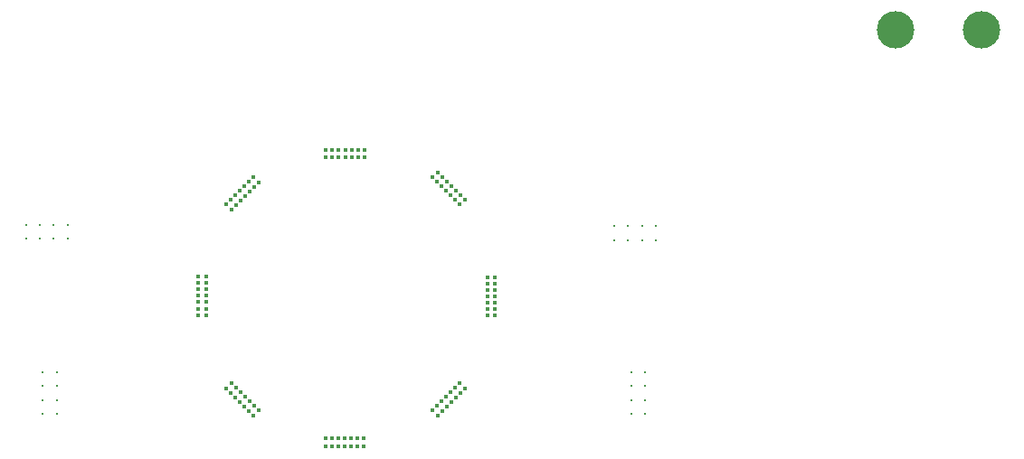
<source format=gbs>
G04 #@! TF.GenerationSoftware,KiCad,Pcbnew,(5.99.0-11497-g0fb864d596)*
G04 #@! TF.CreationDate,2021-08-07T14:48:27-04:00*
G04 #@! TF.ProjectId,K40-LED_PCB,4b34302d-4c45-4445-9f50-43422e6b6963,rev?*
G04 #@! TF.SameCoordinates,Original*
G04 #@! TF.FileFunction,Soldermask,Bot*
G04 #@! TF.FilePolarity,Negative*
%FSLAX46Y46*%
G04 Gerber Fmt 4.6, Leading zero omitted, Abs format (unit mm)*
G04 Created by KiCad (PCBNEW (5.99.0-11497-g0fb864d596)) date 2021-08-07 14:48:27*
%MOMM*%
%LPD*%
G01*
G04 APERTURE LIST*
%ADD10C,0.400000*%
%ADD11C,3.500000*%
%ADD12C,0.300000*%
G04 APERTURE END LIST*
D10*
X77225500Y-120155127D03*
X77925000Y-120755127D03*
X77925000Y-121355127D03*
X77225500Y-121955127D03*
X77925000Y-121955127D03*
X77925000Y-122555127D03*
X77925000Y-123155127D03*
X77225500Y-122555127D03*
X77225500Y-121355127D03*
X77225500Y-123755127D03*
X77925000Y-120155127D03*
X77225500Y-123155127D03*
X77925000Y-123755127D03*
X77225500Y-120755127D03*
X82840901Y-132704683D03*
X80224960Y-131077984D03*
X81073488Y-131926512D03*
X81992373Y-131856155D03*
X81497752Y-132350776D03*
X80719581Y-130583363D03*
X80649224Y-131502248D03*
X80295317Y-130159099D03*
X81922016Y-132775040D03*
X79800695Y-130653720D03*
X81143845Y-131007627D03*
X81568109Y-131431891D03*
X82416637Y-132280419D03*
X82346280Y-133199304D03*
X90928200Y-136020366D03*
X91528200Y-136020366D03*
X89728200Y-135320866D03*
X90328200Y-136020366D03*
X89128200Y-136020366D03*
X92128200Y-136020366D03*
X89128200Y-135320866D03*
X92728200Y-135320866D03*
X91528200Y-135320866D03*
X90928200Y-135320866D03*
X89728200Y-136020366D03*
X90328200Y-135320866D03*
X92728200Y-136020366D03*
X92128200Y-135320866D03*
X102199304Y-130653720D03*
X100007627Y-131856155D03*
X100431891Y-131431891D03*
X99159099Y-132704683D03*
X99653720Y-133199305D03*
X101350776Y-131502248D03*
X100856155Y-131007627D03*
X100502248Y-132350776D03*
X101775040Y-131077984D03*
X99583363Y-132280419D03*
X100926512Y-131926512D03*
X101280419Y-130583363D03*
X101704683Y-130159099D03*
X100077984Y-132775040D03*
X104275000Y-123200000D03*
X104974500Y-120800000D03*
X104275000Y-121400000D03*
X104275000Y-120800000D03*
X104974500Y-121400000D03*
X104974500Y-123800000D03*
X104275000Y-123800000D03*
X104974500Y-123200000D03*
X104974500Y-122600000D03*
X104275000Y-120200000D03*
X104275000Y-122600000D03*
X104275000Y-122000000D03*
X104974500Y-120200000D03*
X104974500Y-122000000D03*
X100926512Y-111640845D03*
X101280419Y-112983994D03*
X102199305Y-112913637D03*
X100856155Y-112559730D03*
X99653720Y-110368053D03*
X101704683Y-113408258D03*
X101350776Y-112065109D03*
X100502248Y-111216581D03*
X100007627Y-111711202D03*
X99159099Y-110862674D03*
X100431891Y-112135466D03*
X100077984Y-110792317D03*
X99583363Y-111286938D03*
X101775040Y-112489373D03*
X92161200Y-108273700D03*
X92161200Y-108973200D03*
X91561200Y-108973200D03*
X92761200Y-108273700D03*
X89761200Y-108973200D03*
X92761200Y-108973200D03*
X89161200Y-108973200D03*
X91561200Y-108273700D03*
X89161200Y-108273700D03*
X90961200Y-108973200D03*
X90961200Y-108273700D03*
X90361200Y-108273700D03*
X89761200Y-108273700D03*
X90361200Y-108973200D03*
X81922016Y-111224960D03*
X80719581Y-113416637D03*
X80295317Y-113840901D03*
X82416637Y-111719581D03*
X81497752Y-111649224D03*
X81992373Y-112143845D03*
X80649224Y-112497752D03*
X82840901Y-111295317D03*
X81568109Y-112568109D03*
X79800696Y-113346280D03*
X82346280Y-110800695D03*
X80224960Y-112922016D03*
X81073488Y-112073488D03*
X81143845Y-112992373D03*
D11*
X142500000Y-97000000D03*
X150500000Y-97000000D03*
D12*
X64990000Y-115300000D03*
X62390000Y-116600000D03*
X61090000Y-115300000D03*
X63690000Y-116600000D03*
X61090000Y-116600000D03*
X62390000Y-115300000D03*
X64990000Y-116600000D03*
X63690000Y-115300000D03*
X63950000Y-133014000D03*
X62650000Y-130414000D03*
X63950000Y-131714000D03*
X62650000Y-131714000D03*
X62650000Y-133014000D03*
X62650000Y-129114000D03*
X63950000Y-130414000D03*
X63950000Y-129114000D03*
X119014000Y-133014000D03*
X119014000Y-130414000D03*
X117714000Y-130414000D03*
X119014000Y-131714000D03*
X117714000Y-131714000D03*
X119014000Y-129114000D03*
X117714000Y-129114000D03*
X117714000Y-133014000D03*
X117454000Y-115428000D03*
X117454000Y-116728000D03*
X120054000Y-116728000D03*
X116154000Y-116728000D03*
X118754000Y-116728000D03*
X118754000Y-115428000D03*
X116154000Y-115428000D03*
X120054000Y-115428000D03*
M02*

</source>
